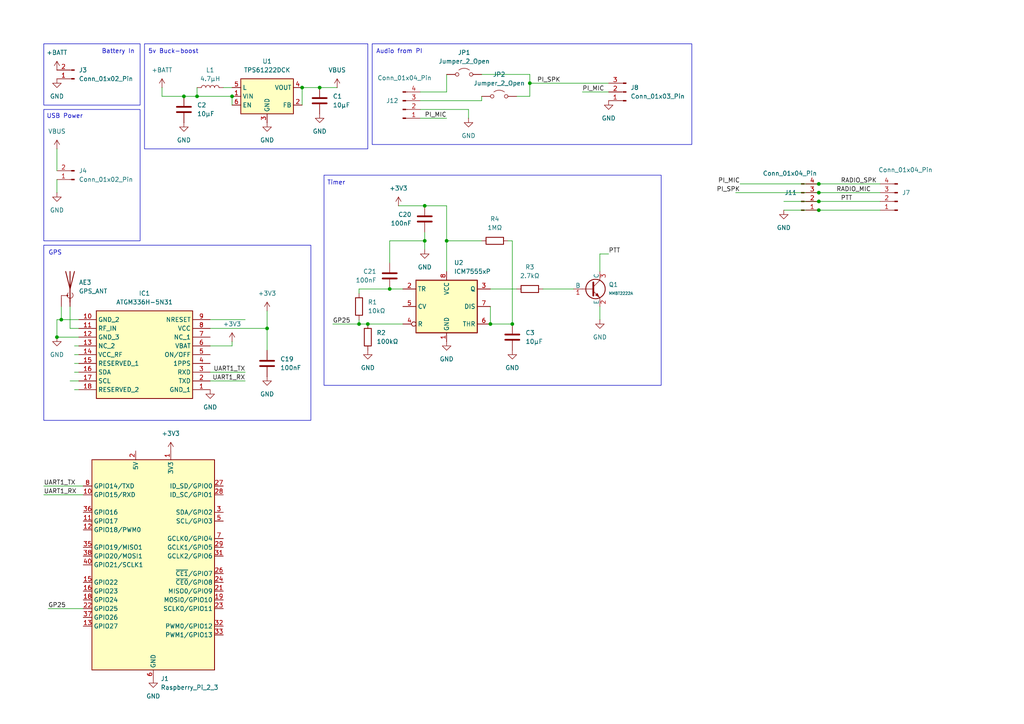
<source format=kicad_sch>
(kicad_sch (version 20250114) (generator "eeschema") (generator_version "9.0")
  (paper "A4")
  (lib_symbols
    (symbol "ATGM336H-5N31:ATGM336H-5N31"
      (property "Reference" "IC" (at 34.29 7.62 0))
      (property "Value" "ATGM336H-5N31" (at 34.29 5.08 0))
      (symbol "ATGM336H-5N31_1_1"
        (rectangle (start 5.08 2.54) (end 33.02 -22.86) (stroke (width 0.254)) (fill (type background)))
        (pin passive line (at 0 0 0) (length 5.08) (name "GND_2") (number "10"))
        (pin passive line (at 0 -2.54 0) (length 5.08) (name "RF_IN") (number "11"))
        (pin passive line (at 0 -5.08 0) (length 5.08) (name "GND_3") (number "12"))
        (pin passive line (at 0 -7.62 0) (length 5.08) (name "NC_2") (number "13"))
        (pin passive line (at 0 -10.16 0) (length 5.08) (name "VCC_RF") (number "14"))
        (pin passive line (at 0 -12.7 0) (length 5.08) (name "RESERVED_1") (number "15"))
        (pin passive line (at 0 -15.24 0) (length 5.08) (name "SDA") (number "16"))
        (pin passive line (at 0 -17.78 0) (length 5.08) (name "SCL") (number "17"))
        (pin passive line (at 0 -20.32 0) (length 5.08) (name "RESERVED_2") (number "18"))
        (pin passive line (at 38.1 0 180) (length 5.08) (name "NRESET") (number "9"))
        (pin passive line (at 38.1 -2.54 180) (length 5.08) (name "VCC") (number "8"))
        (pin passive line (at 38.1 -5.08 180) (length 5.08) (name "NC_1") (number "7"))
        (pin passive line (at 38.1 -7.62 180) (length 5.08) (name "VBAT") (number "6"))
        (pin passive line (at 38.1 -10.16 180) (length 5.08) (name "ON/OFF") (number "5"))
        (pin passive line (at 38.1 -12.7 180) (length 5.08) (name "1PPS") (number "4"))
        (pin passive line (at 38.1 -15.24 180) (length 5.08) (name "RXD") (number "3"))
        (pin passive line (at 38.1 -17.78 180) (length 5.08) (name "TXD") (number "2"))
        (pin passive line (at 38.1 -20.32 180) (length 5.08) (name "GND_1") (number "1"))
      )
    )
    (symbol "Connector:Conn_01x02_Pin" (pin_names (offset 1.016) (hide yes))
      (property "Reference" "J" (at 0 2.54 0))
      (property "Value" "Conn_01x02_Pin" (at 0 -5.08 0))
      (symbol "Conn_01x02_Pin_1_1"
        (rectangle (start 0.8636 0.127) (end 0 -0.127) (stroke (width 0.1524)) (fill (type outline)))
        (rectangle (start 0.8636 -2.413) (end 0 -2.667) (stroke (width 0.1524)) (fill (type outline)))
        (polyline (pts (xy 1.27 0) (xy 0.8636 0)) (stroke (width 0.1524)))
        (polyline (pts (xy 1.27 -2.54) (xy 0.8636 -2.54)) (stroke (width 0.1524)))
        (pin passive line (at 5.08 0 180) (length 3.81) (name "Pin_1") (number "1"))
        (pin passive line (at 5.08 -2.54 180) (length 3.81) (name "Pin_2") (number "2"))
      )
    )
    (symbol "Connector:Conn_01x03_Pin" (pin_names (offset 1.016) (hide yes))
      (property "Reference" "J" (at 0 5.08 0))
      (property "Value" "Conn_01x03_Pin" (at 0 -5.08 0))
      (symbol "Conn_01x03_Pin_1_1"
        (rectangle (start 0.8636 2.667) (end 0 2.413) (stroke (width 0.1524)) (fill (type outline)))
        (rectangle (start 0.8636 0.127) (end 0 -0.127) (stroke (width 0.1524)) (fill (type outline)))
        (rectangle (start 0.8636 -2.413) (end 0 -2.667) (stroke (width 0.1524)) (fill (type outline)))
        (polyline (pts (xy 1.27 2.54) (xy 0.8636 2.54)) (stroke (width 0.1524)))
        (polyline (pts (xy 1.27 0) (xy 0.8636 0)) (stroke (width 0.1524)))
        (polyline (pts (xy 1.27 -2.54) (xy 0.8636 -2.54)) (stroke (width 0.1524)))
        (pin passive line (at 5.08 2.54 180) (length 3.81) (name "Pin_1") (number "1"))
        (pin passive line (at 5.08 0 180) (length 3.81) (name "Pin_2") (number "2"))
        (pin passive line (at 5.08 -2.54 180) (length 3.81) (name "Pin_3") (number "3"))
      )
    )
    (symbol "Connector:Conn_01x04_Pin" (pin_names (offset 1.016) (hide yes))
      (property "Reference" "J" (at 0 5.08 0))
      (property "Value" "Conn_01x04_Pin" (at 0 -7.62 0))
      (symbol "Conn_01x04_Pin_1_1"
        (rectangle (start 0.8636 2.667) (end 0 2.413) (stroke (width 0.1524)) (fill (type outline)))
        (rectangle (start 0.8636 0.127) (end 0 -0.127) (stroke (width 0.1524)) (fill (type outline)))
        (rectangle (start 0.8636 -2.413) (end 0 -2.667) (stroke (width 0.1524)) (fill (type outline)))
        (rectangle (start 0.8636 -4.953) (end 0 -5.207) (stroke (width 0.1524)) (fill (type outline)))
        (polyline (pts (xy 1.27 2.54) (xy 0.8636 2.54)) (stroke (width 0.1524)))
        (polyline (pts (xy 1.27 0) (xy 0.8636 0)) (stroke (width 0.1524)))
        (polyline (pts (xy 1.27 -2.54) (xy 0.8636 -2.54)) (stroke (width 0.1524)))
        (polyline (pts (xy 1.27 -5.08) (xy 0.8636 -5.08)) (stroke (width 0.1524)))
        (pin passive line (at 5.08 2.54 180) (length 3.81) (name "Pin_1") (number "1"))
        (pin passive line (at 5.08 0 180) (length 3.81) (name "Pin_2") (number "2"))
        (pin passive line (at 5.08 -2.54 180) (length 3.81) (name "Pin_3") (number "3"))
        (pin passive line (at 5.08 -5.08 180) (length 3.81) (name "Pin_4") (number "4"))
      )
    )
    (symbol "Connector:Raspberry_Pi_2_3"
      (property "Reference" "J" (at -17.78 31.75 0))
      (property "Value" "Raspberry_Pi_2_3" (at 10.16 -31.75 0))
      (symbol "Raspberry_Pi_2_3_0_1"
        (rectangle (start -17.78 30.48) (end 17.78 -30.48) (stroke (width 0.254)) (fill (type background)))
      )
      (symbol "Raspberry_Pi_2_3_1_1"
        (pin bidirectional line (at -20.32 22.86 0) (length 2.54) (name "GPIO14/TXD") (number "8"))
        (pin bidirectional line (at -20.32 20.32 0) (length 2.54) (name "GPIO15/RXD") (number "10"))
        (pin bidirectional line (at -20.32 15.24 0) (length 2.54) (name "GPIO16") (number "36"))
        (pin bidirectional line (at -20.32 12.7 0) (length 2.54) (name "GPIO17") (number "11"))
        (pin bidirectional line (at -20.32 10.16 0) (length 2.54) (name "GPIO18/PWM0") (number "12"))
        (pin bidirectional line (at -20.32 5.08 0) (length 2.54) (name "GPIO19/MISO1") (number "35"))
        (pin bidirectional line (at -20.32 2.54 0) (length 2.54) (name "GPIO20/MOSI1") (number "38"))
        (pin bidirectional line (at -20.32 0 0) (length 2.54) (name "GPIO21/SCLK1") (number "40"))
        (pin bidirectional line (at -20.32 -5.08 0) (length 2.54) (name "GPIO22") (number "15"))
        (pin bidirectional line (at -20.32 -7.62 0) (length 2.54) (name "GPIO23") (number "16"))
        (pin bidirectional line (at -20.32 -10.16 0) (length 2.54) (name "GPIO24") (number "18"))
        (pin bidirectional line (at -20.32 -12.7 0) (length 2.54) (name "GPIO25") (number "22"))
        (pin bidirectional line (at -20.32 -15.24 0) (length 2.54) (name "GPIO26") (number "37"))
        (pin bidirectional line (at -20.32 -17.78 0) (length 2.54) (name "GPIO27") (number "13"))
        (pin power_in line (at -5.08 33.02 270) (length 2.54) (name "5V") (number "2"))
        (pin passive line (at -5.08 33.02 270) (length 2.54) (hide yes) (name "5V") (number "4"))
        (pin passive line (at 0 -33.02 90) (length 2.54) (hide yes) (name "GND") (number "14"))
        (pin passive line (at 0 -33.02 90) (length 2.54) (hide yes) (name "GND") (number "20"))
        (pin passive line (at 0 -33.02 90) (length 2.54) (hide yes) (name "GND") (number "25"))
        (pin passive line (at 0 -33.02 90) (length 2.54) (hide yes) (name "GND") (number "30"))
        (pin passive line (at 0 -33.02 90) (length 2.54) (hide yes) (name "GND") (number "34"))
        (pin passive line (at 0 -33.02 90) (length 2.54) (hide yes) (name "GND") (number "39"))
        (pin power_in line (at 0 -33.02 90) (length 2.54) (name "GND") (number "6"))
        (pin passive line (at 0 -33.02 90) (length 2.54) (hide yes) (name "GND") (number "9"))
        (pin power_in line (at 5.08 33.02 270) (length 2.54) (name "3V3") (number "1"))
        (pin passive line (at 5.08 33.02 270) (length 2.54) (hide yes) (name "3V3") (number "17"))
        (pin bidirectional line (at 20.32 22.86 180) (length 2.54) (name "ID_SD/GPIO0") (number "27"))
        (pin bidirectional line (at 20.32 20.32 180) (length 2.54) (name "ID_SC/GPIO1") (number "28"))
        (pin bidirectional line (at 20.32 15.24 180) (length 2.54) (name "SDA/GPIO2") (number "3"))
        (pin bidirectional line (at 20.32 12.7 180) (length 2.54) (name "SCL/GPIO3") (number "5"))
        (pin bidirectional line (at 20.32 7.62 180) (length 2.54) (name "GCLK0/GPIO4") (number "7"))
        (pin bidirectional line (at 20.32 5.08 180) (length 2.54) (name "GCLK1/GPIO5") (number "29"))
        (pin bidirectional line (at 20.32 2.54 180) (length 2.54) (name "GCLK2/GPIO6") (number "31"))
        (pin bidirectional line (at 20.32 -2.54 180) (length 2.54) (name "~{CE1}/GPIO7") (number "26"))
        (pin bidirectional line (at 20.32 -5.08 180) (length 2.54) (name "~{CE0}/GPIO8") (number "24"))
        (pin bidirectional line (at 20.32 -7.62 180) (length 2.54) (name "MISO0/GPIO9") (number "21"))
        (pin bidirectional line (at 20.32 -10.16 180) (length 2.54) (name "MOSI0/GPIO10") (number "19"))
        (pin bidirectional line (at 20.32 -12.7 180) (length 2.54) (name "SCLK0/GPIO11") (number "23"))
        (pin bidirectional line (at 20.32 -17.78 180) (length 2.54) (name "PWM0/GPIO12") (number "32"))
        (pin bidirectional line (at 20.32 -20.32 180) (length 2.54) (name "PWM1/GPIO13") (number "33"))
      )
    )
    (symbol "Device:Antenna_Shield" (pin_numbers (hide yes)) (pin_names (offset 1.016) (hide yes))
      (property "Reference" "AE" (at -1.905 4.445 0))
      (property "Value" "Antenna_Shield" (at -1.905 2.54 0))
      (symbol "Antenna_Shield_0_1"
        (arc (start 0 -2.667) (mid -0.8485 -2.1032) (end -0.508 -1.143))
        (polyline (pts (xy 0 5.08) (xy 0 -3.81)) (stroke (width 0.254)))
        (polyline (pts (xy 0 -2.54) (xy 0 0)))
        (arc (start 0.508 -1.143) (mid 0.8046 -2.0885) (end 0 -2.667))
        (polyline (pts (xy 0.762 -1.905) (xy 2.54 -1.905)))
        (circle (center 0.762 -1.905) (radius 0.1778) (fill (type outline)))
        (polyline (pts (xy 1.27 5.08) (xy 0 0) (xy -1.27 5.08)) (stroke (width 0.254)))
        (polyline (pts (xy 2.54 -2.54) (xy 2.54 -1.905)))
      )
      (symbol "Antenna_Shield_1_1"
        (pin input line (at 0 -5.08 90) (length 2.54) (name "A") (number "1"))
        (pin input line (at 2.54 -5.08 90) (length 2.54) (name "Shield") (number "2"))
      )
    )
    (symbol "Device:C" (pin_numbers (hide yes)) (pin_names (offset 0.254))
      (property "Reference" "C" (at 0.635 2.54 0))
      (property "Value" "C" (at 0.635 -2.54 0))
      (symbol "C_0_1"
        (polyline (pts (xy -2.032 0.762) (xy 2.032 0.762)) (stroke (width 0.508)))
        (polyline (pts (xy -2.032 -0.762) (xy 2.032 -0.762)) (stroke (width 0.508)))
      )
      (symbol "C_1_1"
        (pin passive line (at 0 3.81 270) (length 2.794) (name "~") (number "1"))
        (pin passive line (at 0 -3.81 90) (length 2.794) (name "~") (number "2"))
      )
    )
    (symbol "Device:L" (pin_numbers (hide yes)) (pin_names (offset 1.016) (hide yes))
      (property "Reference" "L" (at -1.27 0 90))
      (property "Value" "L" (at 1.905 0 90))
      (symbol "L_0_1"
        (arc (start 0 2.54) (mid 0.6323 1.905) (end 0 1.27))
        (arc (start 0 1.27) (mid 0.6323 0.635) (end 0 0))
        (arc (start 0 0) (mid 0.6323 -0.635) (end 0 -1.27))
        (arc (start 0 -1.27) (mid 0.6323 -1.905) (end 0 -2.54))
      )
      (symbol "L_1_1"
        (pin passive line (at 0 3.81 270) (length 1.27) (name "1") (number "1"))
        (pin passive line (at 0 -3.81 90) (length 1.27) (name "2") (number "2"))
      )
    )
    (symbol "Device:R" (pin_numbers (hide yes)) (pin_names (offset 0))
      (property "Reference" "R" (at 2.032 0 90))
      (property "Value" "R" (at 0 0 90))
      (symbol "R_0_1"
        (rectangle (start -1.016 -2.54) (end 1.016 2.54) (stroke (width 0.254)))
      )
      (symbol "R_1_1"
        (pin passive line (at 0 3.81 270) (length 1.27) (name "~") (number "1"))
        (pin passive line (at 0 -3.81 90) (length 1.27) (name "~") (number "2"))
      )
    )
    (symbol "Jumper:Jumper_2_Open" (pin_numbers (hide yes)) (pin_names (offset 0) (hide yes)) (exclude_from_sim yes)
      (property "Reference" "JP" (at 0 2.794 0))
      (property "Value" "Jumper_2_Open" (at 0 -2.286 0))
      (symbol "Jumper_2_Open_0_0"
        (circle (center -2.032 0) (radius 0.508))
        (circle (center 2.032 0) (radius 0.508))
      )
      (symbol "Jumper_2_Open_0_1"
        (arc (start -1.524 1.27) (mid 0 1.778) (end 1.524 1.27))
      )
      (symbol "Jumper_2_Open_1_1"
        (pin passive line (at -5.08 0 0) (length 2.54) (name "A") (number "1"))
        (pin passive line (at 5.08 0 180) (length 2.54) (name "B") (number "2"))
      )
    )
    (symbol "PCM_JLCPCB-Transistors:NPN,MMBT2222A" (pin_names (offset 0))
      (property "Reference" "Q" (at 4.8514 0.834 0))
      (property "Value" "MMBT2222A" (at 4.8514 -1.2122 0))
      (symbol "NPN,MMBT2222A_0_1"
        (polyline (pts (xy -2.54 0) (xy 0.635 0)) (stroke (width 0.1524)))
        (polyline (pts (xy 0.635 1.905) (xy 0.635 -1.905) (xy 0.635 -1.905)) (stroke (width 0.508)))
        (polyline (pts (xy 0.635 0.635) (xy 2.54 2.54)))
        (polyline (pts (xy 0.635 -0.635) (xy 2.54 -2.54) (xy 2.54 -2.54)))
        (circle (center 1.27 0) (radius 2.8194) (stroke (width 0.254)))
        (polyline (pts (xy 1.27 -1.778) (xy 1.778 -1.27) (xy 2.286 -2.286) (xy 1.27 -1.778) (xy 1.27 -1.778)) (fill (type outline)))
        (polyline (pts (xy 2.794 -1.27) (xy 2.794 -1.27)) (stroke (width 0.1524)))
        (polyline (pts (xy 2.794 -1.27) (xy 2.794 -1.27)) (stroke (width 0.1524)))
      )
      (symbol "NPN,MMBT2222A_1_1"
        (pin input line (at -5.08 0 0) (length 2.54) (name "B") (number "1"))
        (pin open_collector line (at 2.54 5.08 270) (length 2.54) (name "C") (number "3"))
        (pin open_emitter line (at 2.54 -5.08 90) (length 2.54) (name "E") (number "2"))
      )
    )
    (symbol "Regulator_Switching:TPS61222DCK"
      (property "Reference" "U" (at -7.62 6.35 0))
      (property "Value" "TPS61222DCK" (at 2.54 6.35 0))
      (symbol "TPS61222DCK_0_1"
        (rectangle (start -7.62 5.08) (end 7.62 -5.08) (stroke (width 0.254)) (fill (type background)))
      )
      (symbol "TPS61222DCK_1_1"
        (pin power_in line (at -10.16 2.54 0) (length 2.54) (name "L") (number "5"))
        (pin power_in line (at -10.16 0 0) (length 2.54) (name "VIN") (number "1"))
        (pin input line (at -10.16 -2.54 0) (length 2.54) (name "EN") (number "6"))
        (pin power_in line (at 0 -7.62 90) (length 2.54) (name "GND") (number "3"))
        (pin power_out line (at 10.16 2.54 180) (length 2.54) (name "VOUT") (number "4"))
        (pin input line (at 10.16 -2.54 180) (length 2.54) (name "FB") (number "2"))
      )
    )
    (symbol "Timer:ICM7555xP"
      (property "Reference" "U" (at -10.16 8.89 0))
      (property "Value" "ICM7555xP" (at 2.54 8.89 0))
      (symbol "ICM7555xP_0_0"
        (pin power_in line (at 0 10.16 270) (length 2.54) (name "VCC") (number "8"))
        (pin power_in line (at 0 -10.16 90) (length 2.54) (name "GND") (number "1"))
      )
      (symbol "ICM7555xP_0_1"
        (rectangle (start -8.89 -7.62) (end 8.89 7.62) (stroke (width 0.254)) (fill (type background)))
        (rectangle (start -8.89 -7.62) (end 8.89 7.62) (stroke (width 0.254)) (fill (type background)))
      )
      (symbol "ICM7555xP_1_1"
        (pin input line (at -12.7 5.08 0) (length 3.81) (name "TR") (number "2"))
        (pin input line (at -12.7 0 0) (length 3.81) (name "CV") (number "5"))
        (pin input inverted (at -12.7 -5.08 0) (length 3.81) (name "R") (number "4"))
        (pin output line (at 12.7 5.08 180) (length 3.81) (name "Q") (number "3"))
        (pin input line (at 12.7 0 180) (length 3.81) (name "DIS") (number "7"))
        (pin input line (at 12.7 -5.08 180) (length 3.81) (name "THR") (number "6"))
      )
    )
    (symbol "power:+3V3" (power) (pin_numbers (hide yes)) (pin_names (offset 0) (hide yes))
      (property "Value" "+3V3" (at 0 3.556 0))
      (symbol "+3V3_0_1"
        (polyline (pts (xy -0.762 1.27) (xy 0 2.54)))
        (polyline (pts (xy 0 2.54) (xy 0.762 1.27)))
        (polyline (pts (xy 0 0) (xy 0 2.54)))
      )
      (symbol "+3V3_1_1"
        (pin power_in line (at 0 0 90) (length 0) (name "~") (number "1"))
      )
    )
    (symbol "power:+BATT" (power) (pin_numbers (hide yes)) (pin_names (offset 0) (hide yes))
      (property "Value" "+BATT" (at 0 3.556 0))
      (symbol "+BATT_0_1"
        (polyline (pts (xy -0.762 1.27) (xy 0 2.54)))
        (polyline (pts (xy 0 2.54) (xy 0.762 1.27)))
        (polyline (pts (xy 0 0) (xy 0 2.54)))
      )
      (symbol "+BATT_1_1"
        (pin power_in line (at 0 0 90) (length 0) (name "~") (number "1"))
      )
    )
    (symbol "power:GND" (power) (pin_numbers (hide yes)) (pin_names (offset 0) (hide yes))
      (property "Value" "GND" (at 0 -3.81 0))
      (symbol "GND_0_1"
        (polyline (pts (xy 0 0) (xy 0 -1.27) (xy 1.27 -1.27) (xy 0 -2.54) (xy -1.27 -1.27) (xy 0 -1.27)))
      )
      (symbol "GND_1_1"
        (pin power_in line (at 0 0 270) (length 0) (name "~") (number "1"))
      )
    )
    (symbol "power:VBUS" (power) (pin_numbers (hide yes)) (pin_names (offset 0) (hide yes))
      (property "Value" "VBUS" (at 0 3.556 0))
      (symbol "VBUS_0_1"
        (polyline (pts (xy -0.762 1.27) (xy 0 2.54)))
        (polyline (pts (xy 0 2.54) (xy 0.762 1.27)))
        (polyline (pts (xy 0 0) (xy 0 2.54)))
      )
      (symbol "VBUS_1_1"
        (pin power_in line (at 0 0 90) (length 0) (name "~") (number "1"))
      )
    )
  )
  (rectangle (start 107.95 12.7) (end 200.66 41.91))
  (rectangle (start 12.7 12.7) (end 40.64 30.48))
  (rectangle (start 41.91 12.7) (end 106.68 43.18))
  (rectangle (start 93.98 50.8) (end 191.77 111.76))
  (rectangle (start 12.7 71.12) (end 90.17 121.92))
  (rectangle (start 12.7 31.75) (end 40.64 69.85))
  (text "Battery In" (at 34.29 14.986 0) (effects (font (size 1.27 1.27))))
  (text "GPS" (at 16.002 73.406 0) (effects (font (size 1.27 1.27))))
  (text "5v Buck-boost" (at 50.292 14.986 0) (effects (font (size 1.27 1.27))))
  (text "Timer" (at 97.536 53.086 0) (effects (font (size 1.27 1.27))))
  (text "Audio from PI" (at 115.824 14.986 0) (effects (font (size 1.27 1.27))))
  (text "USB Power" (at 18.796 33.782 0) (effects (font (size 1.27 1.27))))
  (junction (at 104.14 93.98))
  (junction (at 123.19 69.85))
  (junction (at 237.49 55.88))
  (junction (at 77.47 95.25))
  (junction (at 129.54 69.85))
  (junction (at 153.67 24.13))
  (junction (at 142.24 93.98))
  (junction (at 148.59 93.98))
  (junction (at 92.71 25.4))
  (junction (at 87.63 25.4))
  (junction (at 106.68 93.98))
  (junction (at 237.49 60.96))
  (junction (at 16.51 97.79))
  (junction (at 123.19 59.69))
  (junction (at 67.31 27.94))
  (junction (at 57.15 27.94))
  (junction (at 237.49 53.34))
  (junction (at 17.78 92.71))
  (junction (at 237.49 58.42))
  (junction (at 53.34 27.94))
  (junction (at 113.03 83.82))
  (wire (pts (xy 46.99 27.94) (xy 53.34 27.94)))
  (wire (pts (xy 142.24 83.82) (xy 149.86 83.82)))
  (wire (pts (xy 173.99 78.74) (xy 173.99 73.66)))
  (wire (pts (xy 123.19 59.69) (xy 129.54 59.69)))
  (wire (pts (xy 173.99 73.66) (xy 176.53 73.66)))
  (wire (pts (xy 173.99 92.71) (xy 173.99 88.9)))
  (wire (pts (xy 227.33 60.96) (xy 237.49 60.96)))
  (wire (pts (xy 153.67 27.94) (xy 153.67 24.13)))
  (wire (pts (xy 129.54 69.85) (xy 129.54 78.74)))
  (wire (pts (xy 60.96 95.25) (xy 77.47 95.25)))
  (wire (pts (xy 16.51 92.71) (xy 16.51 97.79)))
  (wire (pts (xy 237.49 55.88) (xy 255.27 55.88)))
  (wire (pts (xy 21.59 100.33) (xy 22.86 100.33)))
  (wire (pts (xy 13.97 176.53) (xy 24.13 176.53)))
  (wire (pts (xy 92.71 25.4) (xy 97.79 25.4)))
  (wire (pts (xy 129.54 69.85) (xy 139.7 69.85)))
  (wire (pts (xy 148.59 69.85) (xy 147.32 69.85)))
  (wire (pts (xy 153.67 27.94) (xy 149.86 27.94)))
  (wire (pts (xy 157.48 83.82) (xy 166.37 83.82)))
  (wire (pts (xy 142.24 93.98) (xy 148.59 93.98)))
  (wire (pts (xy 115.57 59.69) (xy 123.19 59.69)))
  (wire (pts (xy 121.92 29.21) (xy 139.7 29.21)))
  (wire (pts (xy 129.54 34.29) (xy 121.92 34.29)))
  (wire (pts (xy 16.51 97.79) (xy 22.86 97.79)))
  (wire (pts (xy 60.96 110.49) (xy 71.12 110.49)))
  (wire (pts (xy 87.63 25.4) (xy 92.71 25.4)))
  (wire (pts (xy 57.15 25.4) (xy 57.15 27.94)))
  (wire (pts (xy 77.47 90.17) (xy 77.47 95.25)))
  (wire (pts (xy 57.15 27.94) (xy 67.31 27.94)))
  (wire (pts (xy 16.51 52.07) (xy 16.51 55.88)))
  (wire (pts (xy 121.92 26.67) (xy 129.54 26.67)))
  (wire (pts (xy 67.31 100.33) (xy 67.31 99.06)))
  (wire (pts (xy 214.63 53.34) (xy 237.49 53.34)))
  (wire (pts (xy 53.34 27.94) (xy 57.15 27.94)))
  (wire (pts (xy 12.7 140.97) (xy 24.13 140.97)))
  (wire (pts (xy 17.78 92.71) (xy 22.86 92.71)))
  (wire (pts (xy 22.86 95.25) (xy 20.32 95.25)))
  (wire (pts (xy 213.36 55.88) (xy 237.49 55.88)))
  (wire (pts (xy 20.32 95.25) (xy 20.32 88.9)))
  (wire (pts (xy 87.63 25.4) (xy 87.63 30.48)))
  (wire (pts (xy 106.68 93.98) (xy 116.84 93.98)))
  (wire (pts (xy 142.24 88.9) (xy 142.24 93.98)))
  (wire (pts (xy 153.67 24.13) (xy 176.53 24.13)))
  (wire (pts (xy 153.67 21.59) (xy 153.67 24.13)))
  (wire (pts (xy 227.33 58.42) (xy 237.49 58.42)))
  (wire (pts (xy 237.49 60.96) (xy 255.27 60.96)))
  (wire (pts (xy 121.92 31.75) (xy 135.89 31.75)))
  (wire (pts (xy 104.14 83.82) (xy 113.03 83.82)))
  (wire (pts (xy 16.51 92.71) (xy 17.78 92.71)))
  (wire (pts (xy 139.7 21.59) (xy 153.67 21.59)))
  (wire (pts (xy 12.7 143.51) (xy 24.13 143.51)))
  (wire (pts (xy 135.89 31.75) (xy 135.89 34.29)))
  (wire (pts (xy 237.49 53.34) (xy 255.27 53.34)))
  (wire (pts (xy 60.96 100.33) (xy 67.31 100.33)))
  (wire (pts (xy 104.14 83.82) (xy 104.14 85.09)))
  (wire (pts (xy 17.78 88.9) (xy 17.78 92.71)))
  (wire (pts (xy 123.19 69.85) (xy 123.19 67.31)))
  (wire (pts (xy 148.59 69.85) (xy 148.59 93.98)))
  (wire (pts (xy 21.59 105.41) (xy 22.86 105.41)))
  (wire (pts (xy 60.96 107.95) (xy 71.12 107.95)))
  (wire (pts (xy 64.77 25.4) (xy 67.31 25.4)))
  (wire (pts (xy 113.03 83.82) (xy 116.84 83.82)))
  (wire (pts (xy 67.31 27.94) (xy 67.31 30.48)))
  (wire (pts (xy 129.54 59.69) (xy 129.54 69.85)))
  (wire (pts (xy 139.7 29.21) (xy 139.7 27.94)))
  (wire (pts (xy 21.59 102.87) (xy 22.86 102.87)))
  (wire (pts (xy 96.52 93.98) (xy 104.14 93.98)))
  (wire (pts (xy 129.54 26.67) (xy 129.54 21.59)))
  (wire (pts (xy 104.14 93.98) (xy 106.68 93.98)))
  (wire (pts (xy 46.99 25.4) (xy 46.99 27.94)))
  (wire (pts (xy 71.12 92.71) (xy 60.96 92.71)))
  (wire (pts (xy 21.59 113.03) (xy 22.86 113.03)))
  (wire (pts (xy 168.91 26.67) (xy 176.53 26.67)))
  (wire (pts (xy 113.03 69.85) (xy 123.19 69.85)))
  (wire (pts (xy 113.03 76.2) (xy 113.03 69.85)))
  (wire (pts (xy 104.14 93.98) (xy 104.14 92.71)))
  (wire (pts (xy 16.51 49.53) (xy 16.51 43.18)))
  (wire (pts (xy 21.59 107.95) (xy 22.86 107.95)))
  (wire (pts (xy 20.32 110.49) (xy 22.86 110.49)))
  (wire (pts (xy 77.47 95.25) (xy 77.47 101.6)))
  (wire (pts (xy 237.49 58.42) (xy 255.27 58.42)))
  (wire (pts (xy 123.19 72.39) (xy 123.19 69.85)))
  (label "PTT" (at 243.84 58.42 0))
  (label "PI_MIC" (at 129.54 34.29 180))
  (label "UART1_RX" (at 71.12 110.49 180))
  (label "PTT" (at 176.53 73.66 0))
  (label "RADIO_MIC" (at 242.57 55.88 0))
  (label "PI_MIC" (at 168.91 26.67 0))
  (label "UART1_TX" (at 12.7 140.97 0))
  (label "PI_SPK" (at 162.56 24.13 180))
  (label "PI_SPK" (at 214.63 55.88 180))
  (label "PI_MIC" (at 214.63 53.34 180))
  (label "UART1_TX" (at 71.12 107.95 180))
  (label "RADIO_SPK" (at 243.84 53.34 0))
  (label "GP25" (at 13.97 176.53 0))
  (label "GP25" (at 96.52 93.98 0))
  (label "UART1_RX" (at 12.7 143.51 0))
  (symbol (lib_id "power:VBUS") (at 16.51 43.18 0) (unit 1)
    (property "Reference" "#PWR09" (effects (hide yes)))
    (property "Value" "VBUS" (at 16.51 38.1 0))
    (property "Description" "Power symbol creates a global label with name \"VBUS\"" (effects (hide yes)))
  )
  (symbol (lib_id "Jumper:Jumper_2_Open") (at 144.78 27.94 0) (unit 1)
    (property "Reference" "JP2" (at 144.78 21.59 0))
    (property "Value" "Jumper_2_Open" (at 144.78 24.13 0))
    (property "Footprint" "TestPoint:TestPoint_2Pads_Pitch2.54mm_Drill0.8mm" (effects (hide yes)))
    (property "Description" "Jumper, 2-pole, open" (effects (hide yes)))
  )
  (symbol (lib_id "Connector:Raspberry_Pi_2_3") (at 44.45 163.83 0) (unit 1)
    (property "Reference" "J1" (at 46.5933 196.85 0) (effects (justify left)))
    (property "Value" "Raspberry_Pi_2_3" (at 46.5933 199.39 0) (effects (justify left)))
    (property "Footprint" "Connector_PinHeader_2.54mm:PinHeader_2x20_P2.54mm_Vertical" (effects (hide yes)))
    (property "Datasheet" "https://www.raspberrypi.org/documentation/hardware/raspberrypi/schematics/rpi_SCH_3bplus_1p0_reduced.pdf" (effects (hide yes)))
    (property "Description" "expansion header for Raspberry Pi 2 & 3" (effects (hide yes)))
  )
  (symbol (lib_id "Device:R") (at 106.68 97.79 0) (unit 1)
    (property "Reference" "R2" (at 109.22 96.5199 0) (effects (justify left)))
    (property "Value" "100kΩ" (at 109.22 99.0599 0) (effects (justify left)))
    (property "Footprint" "Resistor_SMD:R_1206_3216Metric" (effects (hide yes)))
    (property "Description" "Resistor" (effects (hide yes)))
  )
  (symbol (lib_id "power:GND") (at 16.51 22.86 0) (unit 1)
    (property "Reference" "#PWR07" (effects (hide yes)))
    (property "Value" "GND" (at 16.51 27.94 0))
    (property "Description" "Power symbol creates a global label with name \"GND\" , ground" (effects (hide yes)))
  )
  (symbol (lib_id "Connector:Conn_01x02_Pin") (at 21.59 22.86 180) (unit 1)
    (property "Reference" "J3" (at 22.86 20.3199 0) (effects (justify right)))
    (property "Value" "Conn_01x02_Pin" (at 22.86 22.8599 0) (effects (justify right)))
    (property "Footprint" "Connector_PinSocket_2.54mm:PinSocket_1x02_P2.54mm_Vertical" (effects (hide yes)))
    (property "Description" "Generic connector, single row, 01x02, script generated" (effects (hide yes)))
  )
  (symbol (lib_id "Jumper:Jumper_2_Open") (at 134.62 21.59 0) (unit 1)
    (property "Reference" "JP1" (at 134.62 15.24 0))
    (property "Value" "Jumper_2_Open" (at 134.62 17.78 0))
    (property "Footprint" "TestPoint:TestPoint_2Pads_Pitch2.54mm_Drill0.8mm" (effects (hide yes)))
    (property "Description" "Jumper, 2-pole, open" (effects (hide yes)))
  )
  (symbol (lib_id "Timer:ICM7555xP") (at 129.54 88.9 0) (unit 1)
    (property "Reference" "U2" (at 131.6833 76.2 0) (effects (justify left)))
    (property "Value" "ICM7555xP" (at 131.6833 78.74 0) (effects (justify left)))
    (property "Footprint" "Package_DIP:DIP-8_W7.62mm" (effects (hide yes)))
    (property "Datasheet" "http://www.intersil.com/content/dam/Intersil/documents/icm7/icm7555-56.pdf" (effects (hide yes)))
    (property "Description" "CMOS General Purpose Timer, 555 compatible, PDIP-8" (effects (hide yes)))
  )
  (symbol (lib_id "power:+3V3") (at 49.53 130.81 0) (unit 1)
    (property "Reference" "#PWR011" (effects (hide yes)))
    (property "Value" "+3V3" (at 49.53 125.73 0))
    (property "Description" "Power symbol creates a global label with name \"+3V3\"" (effects (hide yes)))
  )
  (symbol (lib_id "power:GND") (at 129.54 99.06 0) (unit 1)
    (property "Reference" "#PWR018" (effects (hide yes)))
    (property "Value" "GND" (at 129.54 104.14 0))
    (property "Description" "Power symbol creates a global label with name \"GND\" , ground" (effects (hide yes)))
  )
  (symbol (lib_id "Connector:Conn_01x02_Pin") (at 21.59 52.07 180) (unit 1)
    (property "Reference" "J4" (at 22.86 49.5299 0) (effects (justify right)))
    (property "Value" "Conn_01x02_Pin" (at 22.86 52.0699 0) (effects (justify right)))
    (property "Footprint" "Connector_PinSocket_2.54mm:PinSocket_1x02_P2.54mm_Vertical" (effects (hide yes)))
    (property "Description" "Generic connector, single row, 01x02, script generated" (effects (hide yes)))
  )
  (symbol (lib_id "power:+3V3") (at 115.57 59.69 0) (unit 1)
    (property "Reference" "#PWR016" (effects (hide yes)))
    (property "Value" "+3V3" (at 115.57 54.61 0))
    (property "Description" "Power symbol creates a global label with name \"+3V3\"" (effects (hide yes)))
  )
  (symbol (lib_id "Device:Antenna_Shield") (at 20.32 83.82 0) (mirror y) (unit 1)
    (property "Reference" "AE3" (at 22.86 81.9149 0) (effects (justify right)))
    (property "Value" "GPS_ANT" (at 22.86 84.4549 0) (effects (justify right)))
    (property "Footprint" "Connector_PinHeader_2.54mm:PinHeader_1x02_P2.54mm_Vertical" (effects (hide yes)))
    (property "Description" "Antenna with extra pin for shielding" (effects (hide yes)))
  )
  (symbol (lib_id "Device:C") (at 77.47 105.41 0) (unit 1)
    (property "Reference" "C19" (at 81.28 104.1399 0) (effects (justify left)))
    (property "Value" "100nF" (at 81.28 106.6799 0) (effects (justify left)))
    (property "Footprint" "Capacitor_SMD:C_1206_3216Metric" (effects (hide yes)))
    (property "Description" "Unpolarized capacitor" (effects (hide yes)))
  )
  (symbol (lib_id "power:+BATT") (at 16.51 20.32 0) (unit 1)
    (property "Reference" "#PWR08" (effects (hide yes)))
    (property "Value" "+BATT" (at 16.51 15.24 0))
    (property "Description" "Power symbol creates a global label with name \"+BATT\"" (effects (hide yes)))
  )
  (symbol (lib_id "power:GND") (at 77.47 35.56 0) (unit 1)
    (property "Reference" "#PWR04" (effects (hide yes)))
    (property "Value" "GND" (at 77.47 40.64 0))
    (property "Description" "Power symbol creates a global label with name \"GND\" , ground" (effects (hide yes)))
  )
  (symbol (lib_id "Device:C") (at 92.71 29.21 0) (unit 1)
    (property "Reference" "C1" (at 96.52 27.9399 0) (effects (justify left)))
    (property "Value" "10µF" (at 96.52 30.4799 0) (effects (justify left)))
    (property "Footprint" "Capacitor_SMD:C_1206_3216Metric" (effects (hide yes)))
    (property "Description" "Unpolarized capacitor" (effects (hide yes)))
  )
  (symbol (lib_id "power:GND") (at 60.96 113.03 0) (unit 1)
    (property "Reference" "#PWR051" (effects (hide yes)))
    (property "Value" "GND" (at 60.96 118.11 0))
    (property "Description" "Power symbol creates a global label with name \"GND\" , ground" (effects (hide yes)))
  )
  (symbol (lib_id "power:GND") (at 135.89 34.29 0) (unit 1)
    (property "Reference" "#PWR013" (effects (hide yes)))
    (property "Value" "GND" (at 135.89 39.37 0))
    (property "Description" "Power symbol creates a global label with name \"GND\" , ground" (effects (hide yes)))
  )
  (symbol (lib_id "Device:C") (at 123.19 63.5 0) (mirror y) (unit 1)
    (property "Reference" "C20" (at 119.38 62.2299 0) (effects (justify left)))
    (property "Value" "100nF" (at 119.38 64.7699 0) (effects (justify left)))
    (property "Footprint" "Capacitor_SMD:C_1206_3216Metric" (effects (hide yes)))
    (property "Description" "Unpolarized capacitor" (effects (hide yes)))
  )
  (symbol (lib_id "Device:L") (at 60.96 25.4 90) (unit 1)
    (property "Reference" "L1" (at 60.96 20.32 90))
    (property "Value" "4.7µH" (at 60.96 22.86 90))
    (property "Footprint" "Inductor_SMD:L_1206_3216Metric" (effects (hide yes)))
    (property "Description" "Inductor" (effects (hide yes)))
  )
  (symbol (lib_id "Device:R") (at 104.14 88.9 0) (unit 1)
    (property "Reference" "R1" (at 106.68 87.6299 0) (effects (justify left)))
    (property "Value" "10kΩ" (at 106.68 90.1699 0) (effects (justify left)))
    (property "Footprint" "Resistor_SMD:R_1206_3216Metric" (effects (hide yes)))
    (property "Description" "Resistor" (effects (hide yes)))
  )
  (symbol (lib_id "PCM_JLCPCB-Transistors:NPN,MMBT2222A") (at 171.45 83.82 0) (unit 1)
    (property "Reference" "Q1" (at 176.53 82.5499 0) (effects (justify left)))
    (property "Value" "MMBT2222A" (at 176.53 85.09 0) (effects (font (size 0.8 0.8)) (justify left)))
    (property "Footprint" "PCM_JLCPCB:Q_SOT-23" (effects (hide yes)))
    (property "Datasheet" "https://wmsc.lcsc.com/wmsc/upload/file/pdf/v2/lcsc/2312221203_hongjiacheng-MMBT2222A_C7420351.pdf" (effects (hide yes)))
    (property "Description" "40V 300mW 100@150mA,10V 600mA NPN SOT-23 Bipolar (BJT) ROHS" (effects (hide yes)))
    (property "LCSC" "C7420351" (effects (hide yes)))
    (property "Stock" "143466" (effects (hide yes)))
    (property "Price" "0.018USD" (effects (hide yes)))
    (property "Process" "SMT" (effects (hide yes)))
    (property "Minimum Qty" "10" (effects (hide yes)))
    (property "Attrition Qty" "5" (effects (hide yes)))
    (property "Class" "Preferred Component" (effects (hide yes)))
    (property "Category" "Triode/MOS Tube/Transistor,Bipolar Transistors - BJT" (effects (hide yes)))
    (property "Manufacturer" "hongjiacheng" (effects (hide yes)))
    (property "Part" "MMBT2222A" (effects (hide yes)))
    (property "Transition Frequency (fT)" "300MHz" (effects (hide yes)))
    (property "Operating Temperature" "-55°C~+150°C" (effects (hide yes)))
    (property "Collector Cut-Off Current (Icbo)" "0.1uA" (effects (hide yes)))
    (property "Transistor Type" "NPN" (effects (hide yes)))
    (property "DC Current Gain (hFE@Ic,Vce)" "100@150mA,10V" (effects (hide yes)))
    (property "Power Dissipation (Pd)" "300mW" (effects (hide yes)))
    (property "Collector Current (Ic)" "600mA" (effects (hide yes)))
    (property "Collector-Emitter Saturation Voltage (VCE(sat)@Ic,Ib)" "0.3V@800mA,80mA" (effects (hide yes)))
    (property "Collector-Emitter Breakdown Voltage (Vceo)" "null" (effects (hide yes)))
  )
  (symbol (lib_id "power:VBUS") (at 97.79 25.4 0) (unit 1)
    (property "Reference" "#PWR05" (effects (hide yes)))
    (property "Value" "VBUS" (at 97.79 20.32 0))
    (property "Description" "Power symbol creates a global label with name \"VBUS\"" (effects (hide yes)))
  )
  (symbol (lib_id "power:GND") (at 16.51 55.88 0) (unit 1)
    (property "Reference" "#PWR010" (effects (hide yes)))
    (property "Value" "GND" (at 16.51 60.96 0))
    (property "Description" "Power symbol creates a global label with name \"GND\" , ground" (effects (hide yes)))
  )
  (symbol (lib_id "Connector:Conn_01x04_Pin") (at 116.84 31.75 0) (mirror x) (unit 1)
    (property "Reference" "J12" (at 115.57 29.2099 0) (effects (justify right)))
    (property "Value" "Conn_01x04_Pin" (at 125.222 22.606 0) (effects (justify right)))
    (property "Footprint" "Connector_PinHeader_2.54mm:PinHeader_1x04_P2.54mm_Vertical" (effects (hide yes)))
    (property "Description" "Generic connector, single row, 01x04, script generated" (effects (hide yes)))
  )
  (symbol (lib_id "power:GND") (at 227.33 60.96 0) (unit 1)
    (property "Reference" "#PWR014" (effects (hide yes)))
    (property "Value" "GND" (at 227.33 66.04 0))
    (property "Description" "Power symbol creates a global label with name \"GND\" , ground" (effects (hide yes)))
  )
  (symbol (lib_id "Connector:Conn_01x04_Pin") (at 232.41 58.42 0) (mirror x) (unit 1)
    (property "Reference" "J11" (at 231.14 55.8799 0) (effects (justify right)))
    (property "Value" "Conn_01x04_Pin" (at 236.982 50.292 0) (effects (justify right)))
    (property "Footprint" "Connector_PinHeader_2.54mm:PinHeader_1x04_P2.54mm_Vertical" (effects (hide yes)))
    (property "Description" "Generic connector, single row, 01x04, script generated" (effects (hide yes)))
  )
  (symbol (lib_id "Regulator_Switching:TPS61222DCK") (at 77.47 27.94 0) (unit 1)
    (property "Reference" "U1" (at 77.47 17.78 0))
    (property "Value" "TPS61222DCK" (at 77.47 20.32 0))
    (property "Footprint" "Package_TO_SOT_SMD:Texas_R-PDSO-G6" (effects (hide yes)))
    (property "Datasheet" "http://www.ti.com/lit/ds/symlink/tps61220.pdf" (effects (hide yes)))
    (property "Description" "400 mA Step-Up Converter, Fixed 5V Output Voltage, 0.7-5.5V Input Voltage, SC-70" (effects (hide yes)))
  )
  (symbol (lib_id "power:+3V3") (at 77.47 90.17 0) (unit 1)
    (property "Reference" "#PWR036" (effects (hide yes)))
    (property "Value" "+3V3" (at 77.47 85.09 0))
    (property "Description" "Power symbol creates a global label with name \"+3V3\"" (effects (hide yes)))
  )
  (symbol (lib_id "power:GND") (at 92.71 33.02 0) (unit 1)
    (property "Reference" "#PWR06" (effects (hide yes)))
    (property "Value" "GND" (at 92.71 38.1 0))
    (property "Description" "Power symbol creates a global label with name \"GND\" , ground" (effects (hide yes)))
  )
  (symbol (lib_id "power:GND") (at 148.59 101.6 0) (unit 1)
    (property "Reference" "#PWR012" (effects (hide yes)))
    (property "Value" "GND" (at 148.59 106.68 0))
    (property "Description" "Power symbol creates a global label with name \"GND\" , ground" (effects (hide yes)))
  )
  (symbol (lib_id "power:GND") (at 176.53 29.21 0) (unit 1)
    (property "Reference" "#PWR015" (effects (hide yes)))
    (property "Value" "GND" (at 176.53 34.29 0))
    (property "Description" "Power symbol creates a global label with name \"GND\" , ground" (effects (hide yes)))
  )
  (symbol (lib_id "power:GND") (at 44.45 196.85 0) (unit 1)
    (property "Reference" "#PWR01" (effects (hide yes)))
    (property "Value" "GND" (at 44.45 201.93 0))
    (property "Description" "Power symbol creates a global label with name \"GND\" , ground" (effects (hide yes)))
  )
  (symbol (lib_id "Device:R") (at 143.51 69.85 90) (unit 1)
    (property "Reference" "R4" (at 143.51 63.5 90))
    (property "Value" "1MΩ" (at 143.51 66.04 90))
    (property "Footprint" "Resistor_SMD:R_1206_3216Metric" (effects (hide yes)))
    (property "Description" "Resistor" (effects (hide yes)))
  )
  (symbol (lib_id "power:+3V3") (at 67.31 99.06 0) (unit 1)
    (property "Reference" "#PWR052" (effects (hide yes)))
    (property "Value" "+3V3" (at 67.31 93.98 0))
    (property "Description" "Power symbol creates a global label with name \"+3V3\"" (effects (hide yes)))
  )
  (symbol (lib_id "Device:R") (at 153.67 83.82 90) (unit 1)
    (property "Reference" "R3" (at 153.67 77.47 90))
    (property "Value" "2.7kΩ" (at 153.67 80.01 90))
    (property "Footprint" "Resistor_SMD:R_1206_3216Metric" (effects (hide yes)))
    (property "Description" "Resistor" (effects (hide yes)))
  )
  (symbol (lib_id "Connector:Conn_01x03_Pin") (at 181.61 26.67 180) (unit 1)
    (property "Reference" "J8" (at 182.88 25.3999 0) (effects (justify right)))
    (property "Value" "Conn_01x03_Pin" (at 182.88 27.9399 0) (effects (justify right)))
    (property "Footprint" "Connector_PinSocket_2.54mm:PinSocket_1x03_P2.54mm_Vertical" (effects (hide yes)))
    (property "Description" "Generic connector, single row, 01x03, script generated" (effects (hide yes)))
  )
  (symbol (lib_id "power:GND") (at 123.19 72.39 0) (unit 1)
    (property "Reference" "#PWR017" (effects (hide yes)))
    (property "Value" "GND" (at 123.19 77.47 0))
    (property "Description" "Power symbol creates a global label with name \"GND\" , ground" (effects (hide yes)))
  )
  (symbol (lib_id "power:+BATT") (at 46.99 25.4 0) (unit 1)
    (property "Reference" "#PWR02" (effects (hide yes)))
    (property "Value" "+BATT" (at 46.99 20.32 0))
    (property "Description" "Power symbol creates a global label with name \"+BATT\"" (effects (hide yes)))
  )
  (symbol (lib_id "power:GND") (at 106.68 101.6 0) (unit 1)
    (property "Reference" "#PWR019" (effects (hide yes)))
    (property "Value" "GND" (at 106.68 106.68 0))
    (property "Description" "Power symbol creates a global label with name \"GND\" , ground" (effects (hide yes)))
  )
  (symbol (lib_id "ATGM336H-5N31:ATGM336H-5N31") (at 22.86 92.71 0) (unit 1)
    (property "Reference" "IC1" (at 41.91 85.09 0))
    (property "Value" "ATGM336H-5N31" (at 41.91 87.63 0))
    (property "Footprint" "ATGM336H-5N31:ATGM336H5N31" (effects (hide yes)))
    (property "Datasheet" "https://datasheet.lcsc.com/szlcsc/ZHONGKEWEI-ATGM336H-5N31_C90770.pdf" (effects (hide yes)))
    (property "Description" "GSM & GPRS & GPS Modules 9.7X10.1mm RoHS" (effects (hide yes)))
    (property "Height" "2.6" (effects (hide yes)))
    (property "Manufacturer_Name" "ZHONGKEWEI" (effects (hide yes)))
    (property "Manufacturer_Part_Number" "ATGM336H-5N31" (effects (hide yes)))
  )
  (symbol (lib_id "Device:C") (at 113.03 80.01 0) (mirror y) (unit 1)
    (property "Reference" "C21" (at 109.22 78.7399 0) (effects (justify left)))
    (property "Value" "100nF" (at 109.22 81.2799 0) (effects (justify left)))
    (property "Footprint" "Capacitor_SMD:C_1206_3216Metric" (effects (hide yes)))
    (property "Description" "Unpolarized capacitor" (effects (hide yes)))
  )
  (symbol (lib_id "Connector:Conn_01x04_Pin") (at 260.35 58.42 180) (unit 1)
    (property "Reference" "J7" (at 261.62 55.8799 0) (effects (justify right)))
    (property "Value" "Conn_01x04_Pin" (at 254.762 49.276 0) (effects (justify right)))
    (property "Footprint" "Connector_PinHeader_2.54mm:PinHeader_1x04_P2.54mm_Vertical" (effects (hide yes)))
    (property "Description" "Generic connector, single row, 01x04, script generated" (effects (hide yes)))
  )
  (symbol (lib_id "Device:C") (at 53.34 31.75 0) (unit 1)
    (property "Reference" "C2" (at 57.15 30.4799 0) (effects (justify left)))
    (property "Value" "10µF" (at 57.15 33.0199 0) (effects (justify left)))
    (property "Footprint" "Capacitor_SMD:C_1206_3216Metric" (effects (hide yes)))
    (property "Description" "Unpolarized capacitor" (effects (hide yes)))
  )
  (symbol (lib_id "power:GND") (at 16.51 97.79 0) (unit 1)
    (property "Reference" "#PWR053" (effects (hide yes)))
    (property "Value" "GND" (at 16.51 102.87 0))
    (property "Description" "Power symbol creates a global label with name \"GND\" , ground" (effects (hide yes)))
  )
  (symbol (lib_id "power:GND") (at 173.99 92.71 0) (unit 1)
    (property "Reference" "#PWR020" (effects (hide yes)))
    (property "Value" "GND" (at 173.99 97.79 0))
    (property "Description" "Power symbol creates a global label with name \"GND\" , ground" (effects (hide yes)))
  )
  (symbol (lib_id "power:GND") (at 53.34 35.56 0) (unit 1)
    (property "Reference" "#PWR03" (effects (hide yes)))
    (property "Value" "GND" (at 53.34 40.64 0))
    (property "Description" "Power symbol creates a global label with name \"GND\" , ground" (effects (hide yes)))
  )
  (symbol (lib_id "Device:C") (at 148.59 97.79 0) (unit 1)
    (property "Reference" "C3" (at 152.4 96.5199 0) (effects (justify left)))
    (property "Value" "10µF" (at 152.4 99.0599 0) (effects (justify left)))
    (property "Footprint" "Capacitor_SMD:C_1206_3216Metric" (effects (hide yes)))
    (property "Description" "Unpolarized capacitor" (effects (hide yes)))
  )
  (symbol (lib_id "power:GND") (at 77.47 109.22 0) (unit 1)
    (property "Reference" "#PWR041" (effects (hide yes)))
    (property "Value" "GND" (at 77.47 114.3 0))
    (property "Description" "Power symbol creates a global label with name \"GND\" , ground" (effects (hide yes)))
  )
)
</source>
